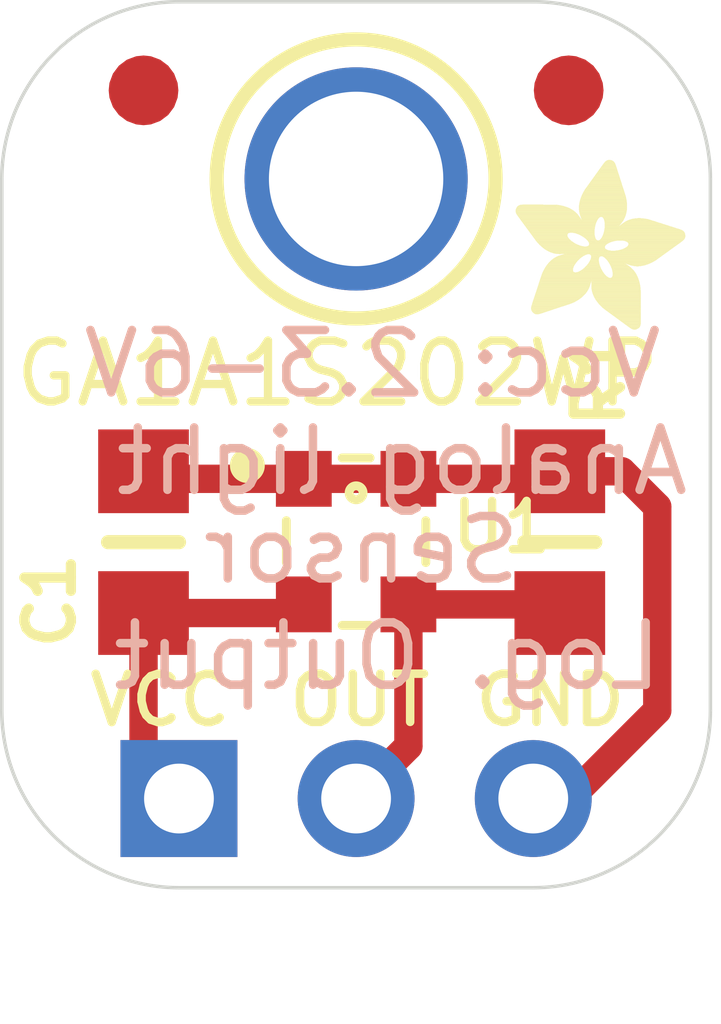
<source format=kicad_pcb>
(kicad_pcb (version 20221018) (generator pcbnew)
  (layers (0 "F.Cu" signal) (31 "B.Cu" signal) (34 "B.Paste" user) (35 "F.Paste" user) (36 "B.SilkS" user "B.Silkscreen") (37 "F.SilkS" user "F.Silkscreen") (38 "B.Mask" user) (39 "F.Mask" user) (44 "Edge.Cuts" user))
  (net 0 "")
  (net 1 "GND")
  (net 2 "VCC")
  (net 3 "N$1")
  (footprint "working:FIDUCIAL_1MM" (layer "F.Cu") (at 145.4531 99.9236)
    (fp_text reference "FID1" hide)
    (fp_text value "FIDUCIAL\"\"" hide)
    (pad "1" smd roundrect (at 0 0) (size 1 1) (layers "F.Cu" "F.Mask") (roundrect_rratio 0.5))
  )
  (footprint "working:MOUNTINGHOLE_2.5_PLATED" (layer "F.Cu") (at 148.5011 101.1936)
    (fp_text reference "U$3" hide)
    (fp_text value "MOUNTINGHOLE2.5" hide)
    (pad "P$1" thru_hole circle (at 0 0) (size 3.2 3.2) (drill 2.5) (layers "*.Cu" "*.Mask"))
  )
  (footprint "working:ADAFRUIT_2.5MM" (layer "F.Cu") (at 150.7871 103.3526)
    (fp_text reference "U$4" hide)
    (fp_text value "" hide)
  )
  (footprint "working:_0805MP" (layer "F.Cu") (at 145.4531 106.4006 90)
    (fp_text reference "C1" (at -1.5875 -0.9525 90) (layer "F.SilkS") (effects (font (size 0.666496 0.666496) (thickness 0.146304)) (justify left bottom)))
    (fp_text value "0.1uF")
    (pad "1" smd rect (at -1.016 0 90) (size 1.2 1.3) (layers "F.Cu" "F.Paste" "F.Mask") (net 2 "VCC"))
    (pad "2" smd rect (at 1.016 0 90) (size 1.2 1.3) (layers "F.Cu" "F.Paste" "F.Mask") (net 1 "GND"))
  )
  (footprint "working:FIDUCIAL_1MM" (layer "F.Cu") (at 151.5491 99.9236)
    (fp_text reference "FID2" hide)
    (fp_text value "FIDUCIAL\"\"" hide)
    (pad "1" smd roundrect (at 0 0) (size 1 1) (layers "F.Cu" "F.Mask") (roundrect_rratio 0.5))
  )
  (footprint "working:1X03_ROUND" (layer "F.Cu") (at 148.5011 110.0756)
    (fp_text reference "JP1" hide)
    (fp_text value "")
    (pad "1" thru_hole rect (at -2.54 0 90) (size 1.6764 1.6764) (drill 1) (layers "*.Cu" "*.Mask") (net 2 "VCC"))
    (pad "2" thru_hole circle (at 0 0 90) (size 1.6764 1.6764) (drill 1) (layers "*.Cu" "*.Mask") (net 3 "N$1"))
    (pad "3" thru_hole circle (at 2.54 0 90) (size 1.6764 1.6764) (drill 1) (layers "*.Cu" "*.Mask") (net 1 "GND"))
  )
  (footprint "working:GA1A1S202WP" (layer "F.Cu") (at 148.5011 106.3926 -90)
    (fp_text reference "U1" (at -0.205 -1.31) (layer "F.SilkS") (effects (font (size 0.692831 0.692831) (thickness 0.119969)) (justify left)))
    (fp_text value "GA1A1S202WP")
    (pad "1" smd rect (at -0.9 0.75 270) (size 0.8 0.8) (layers "F.Cu" "F.Paste" "F.Mask") (net 1 "GND"))
    (pad "2" smd rect (at -0.9 -0.75 270) (size 0.8 0.8) (layers "F.Cu" "F.Paste" "F.Mask") (net 1 "GND"))
    (pad "3" smd rect (at 0.9 -0.75 270) (size 0.8 0.8) (layers "F.Cu" "F.Paste" "F.Mask") (net 3 "N$1"))
    (pad "4" smd rect (at 0.9 0.75 270) (size 0.8 0.8) (layers "F.Cu" "F.Paste" "F.Mask") (net 2 "VCC"))
  )
  (footprint "working:_0805MP" (layer "F.Cu") (at 151.4221 106.4006 -90)
    (fp_text reference "R1" (at -1.5875 -0.9525 -90) (layer "F.SilkS") (effects (font (size 0.666496 0.666496) (thickness 0.146304)) (justify left bottom)))
    (fp_text value "68K")
    (pad "1" smd rect (at -1.016 0 270) (size 1.2 1.3) (layers "F.Cu" "F.Paste" "F.Mask") (net 1 "GND"))
    (pad "2" smd rect (at 1.016 0 270) (size 1.2 1.3) (layers "F.Cu" "F.Paste" "F.Mask") (net 3 "N$1"))
  )
  (gr_line (start 143.4211 108.8136) (end 143.4211 101.1936) (stroke (width 0.05)) (layer "Edge.Cuts"))
  (gr_arc (start 143.4211 101.1936) (mid 144.165049 99.397549) (end 145.9611 98.6536) (stroke (width 0.05)) (layer "Edge.Cuts"))
  (gr_line (start 151.0411 111.3536) (end 145.9611 111.3536) (stroke (width 0.05)) (layer "Edge.Cuts"))
  (gr_line (start 145.9611 98.6536) (end 151.0411 98.6536) (stroke (width 0.05)) (layer "Edge.Cuts"))
  (gr_line (start 153.5811 101.1936) (end 153.5811 108.8136) (stroke (width 0.05)) (layer "Edge.Cuts"))
  (gr_arc (start 145.9611 111.3536) (mid 144.165049 110.609651) (end 143.4211 108.8136) (stroke (width 0.05)) (layer "Edge.Cuts"))
  (gr_arc (start 153.5811 108.8136) (mid 152.837151 110.609651) (end 151.0411 111.3536) (stroke (width 0.05)) (layer "Edge.Cuts"))
  (gr_arc (start 151.0411 98.6536) (mid 152.837151 99.397549) (end 153.5811 101.1936) (stroke (width 0.05)) (layer "Edge.Cuts"))
  (gr_text "Analog light" (at 153.3271 105.7656) (layer "B.SilkS") (effects (font (size 0.89408 0.89408) (thickness 0.12192)) (justify left bottom mirror)))
  (gr_text "Sensor" (at 150.9141 107.0356) (layer "B.SilkS") (effects (font (size 0.89408 0.89408) (thickness 0.12192)) (justify left bottom mirror)))
  (gr_text "Vcc: 2.3-6V" (at 152.9461 104.3686) (layer "B.SilkS") (effects (font (size 0.89408 0.89408) (thickness 0.12192)) (justify left bottom mirror)))
  (gr_text "Log. Output" (at 152.9461 108.5596) (layer "B.SilkS") (effects (font (size 0.89408 0.89408) (thickness 0.12192)) (justify left bottom mirror)))
  (gr_text "VCC" (at 144.6211 109.0696) (layer "F.SilkS") (effects (font (size 0.69088 0.69088) (thickness 0.12192)) (justify left bottom)))
  (gr_text "GND" (at 150.1521 109.0676) (layer "F.SilkS") (effects (font (size 0.69088 0.69088) (thickness 0.12192)) (justify left bottom)))
  (gr_text "OUT" (at 147.4851 109.0676) (layer "F.SilkS") (effects (font (size 0.69088 0.69088) (thickness 0.12192)) (justify left bottom)))
  (gr_text "GA1A1S202WP" (at 143.5481 104.4956) (layer "F.SilkS") (effects (font (size 0.871728 0.871728) (thickness 0.118872)) (justify left bottom)))
  (segment (start 145.5611 105.4926) (end 145.4531 105.3846) (width 0.4064) (layer "F.Cu") (net 1))
  (segment (start 152.8191 105.8926) (end 152.3111 105.3846) (width 0.4064) (layer "F.Cu") (net 1))
  (segment (start 151.3141 105.4926) (end 151.4221 105.3846) (width 0.4064) (layer "F.Cu") (net 1))
  (segment (start 147.7511 105.4926) (end 149.2511 105.4926) (width 0.4064) (layer "F.Cu") (net 1))
  (segment (start 147.7511 105.4926) (end 145.5611 105.4926) (width 0.4064) (layer "F.Cu") (net 1))
  (segment (start 152.8191 108.8136) (end 152.8191 105.8926) (width 0.4064) (layer "F.Cu") (net 1))
  (segment (start 152.3111 105.3846) (end 151.4221 105.3846) (width 0.4064) (layer "F.Cu") (net 1))
  (segment (start 151.5571 110.0756) (end 152.8191 108.8136) (width 0.4064) (layer "F.Cu") (net 1))
  (segment (start 151.0411 110.0756) (end 151.5571 110.0756) (width 0.4064) (layer "F.Cu") (net 1))
  (segment (start 149.2511 105.4926) (end 151.3141 105.4926) (width 0.4064) (layer "F.Cu") (net 1))
  (segment (start 145.4531 109.5676) (end 145.9611 110.0756) (width 0.4064) (layer "F.Cu") (net 2))
  (segment (start 145.4531 107.4166) (end 147.6271 107.4166) (width 0.4064) (layer "F.Cu") (net 2))
  (segment (start 145.4531 107.4166) (end 145.4531 109.5676) (width 0.4064) (layer "F.Cu") (net 2))
  (segment (start 147.6271 107.4166) (end 147.7511 107.2926) (width 0.4064) (layer "F.Cu") (net 2))
  (segment (start 149.2511 107.2926) (end 149.2511 109.3256) (width 0.4064) (layer "F.Cu") (net 3))
  (segment (start 149.2511 109.3256) (end 148.5011 110.0756) (width 0.4064) (layer "F.Cu") (net 3))
  (segment (start 149.2511 107.2926) (end 151.2981 107.2926) (width 0.4064) (layer "F.Cu") (net 3))
  (segment (start 151.2981 107.2926) (end 151.4221 107.4166) (width 0.4064) (layer "F.Cu") (net 3))
)
</source>
